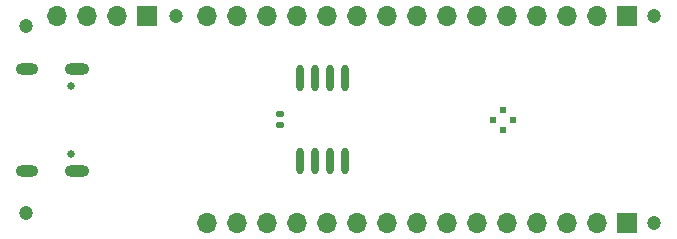
<source format=gbs>
%TF.GenerationSoftware,KiCad,Pcbnew,7.0.1*%
%TF.CreationDate,2023-03-19T18:10:57+08:00*%
%TF.ProjectId,UINIO-MCU-ESP32C3,55494e49-4f2d-44d4-9355-2d4553503332,Version 3.5.0*%
%TF.SameCoordinates,PX735b400PY5c274f0*%
%TF.FileFunction,Soldermask,Bot*%
%TF.FilePolarity,Negative*%
%FSLAX46Y46*%
G04 Gerber Fmt 4.6, Leading zero omitted, Abs format (unit mm)*
G04 Created by KiCad (PCBNEW 7.0.1) date 2023-03-19 18:10:57*
%MOMM*%
%LPD*%
G01*
G04 APERTURE LIST*
G04 Aperture macros list*
%AMRoundRect*
0 Rectangle with rounded corners*
0 $1 Rounding radius*
0 $2 $3 $4 $5 $6 $7 $8 $9 X,Y pos of 4 corners*
0 Add a 4 corners polygon primitive as box body*
4,1,4,$2,$3,$4,$5,$6,$7,$8,$9,$2,$3,0*
0 Add four circle primitives for the rounded corners*
1,1,$1+$1,$2,$3*
1,1,$1+$1,$4,$5*
1,1,$1+$1,$6,$7*
1,1,$1+$1,$8,$9*
0 Add four rect primitives between the rounded corners*
20,1,$1+$1,$2,$3,$4,$5,0*
20,1,$1+$1,$4,$5,$6,$7,0*
20,1,$1+$1,$6,$7,$8,$9,0*
20,1,$1+$1,$8,$9,$2,$3,0*%
G04 Aperture macros list end*
%ADD10C,1.200000*%
%ADD11C,0.610000*%
%ADD12R,1.700000X1.700000*%
%ADD13O,1.700000X1.700000*%
%ADD14C,0.650000*%
%ADD15O,2.100000X1.000000*%
%ADD16O,1.900000X1.000000*%
%ADD17O,0.630000X2.250000*%
%ADD18RoundRect,0.140000X0.170000X-0.140000X0.170000X0.140000X-0.170000X0.140000X-0.170000X-0.140000X0*%
G04 APERTURE END LIST*
D10*
%TO.C,HOLE2*%
X14660000Y2470000D03*
%TD*%
D11*
%TO.C,U3*%
X43199558Y-6350000D03*
X42351030Y-5501472D03*
X42351030Y-7198528D03*
X41502502Y-6350000D03*
%TD*%
D10*
%TO.C,HOLE1*%
X1910000Y1590000D03*
%TD*%
D12*
%TO.C,J2*%
X12140000Y2470000D03*
D13*
X9600000Y2470000D03*
X7060000Y2470000D03*
X4520000Y2470000D03*
%TD*%
D10*
%TO.C,HOLE3*%
X55140000Y2420000D03*
%TD*%
D14*
%TO.C,USB1*%
X5749000Y-3460000D03*
X5749000Y-9240000D03*
D15*
X6249000Y-2025000D03*
X6249000Y-10675000D03*
D16*
X2049000Y-2025000D03*
X2049000Y-10675000D03*
%TD*%
D10*
%TO.C,HOLE4*%
X55140000Y-15070000D03*
%TD*%
%TO.C,HOLE5*%
X1910000Y-14210000D03*
%TD*%
D12*
%TO.C,J3*%
X52780000Y-15090000D03*
D13*
X50240000Y-15090000D03*
X47700000Y-15090000D03*
X45160000Y-15090000D03*
X42620000Y-15090000D03*
X40080000Y-15090000D03*
X37540000Y-15090000D03*
X35000000Y-15090000D03*
X32460000Y-15090000D03*
X29920000Y-15090000D03*
X27380000Y-15090000D03*
X24840000Y-15090000D03*
X22300000Y-15090000D03*
X19760000Y-15090000D03*
X17220000Y-15090000D03*
%TD*%
D17*
%TO.C,U2*%
X25145000Y-2790000D03*
X26415000Y-2790000D03*
X27685000Y-2790000D03*
X28955000Y-2790000D03*
X28955000Y-9850000D03*
X27685000Y-9850000D03*
X26415000Y-9850000D03*
X25145000Y-9850000D03*
%TD*%
D18*
%TO.C,C1*%
X23400000Y-6800000D03*
X23400000Y-5840000D03*
%TD*%
D12*
%TO.C,J1*%
X52780000Y2470000D03*
D13*
X50240000Y2470000D03*
X47700000Y2470000D03*
X45160000Y2470000D03*
X42620000Y2470000D03*
X40080000Y2470000D03*
X37540000Y2470000D03*
X35000000Y2470000D03*
X32460000Y2470000D03*
X29920000Y2470000D03*
X27380000Y2470000D03*
X24840000Y2470000D03*
X22300000Y2470000D03*
X19760000Y2470000D03*
X17220000Y2470000D03*
%TD*%
M02*

</source>
